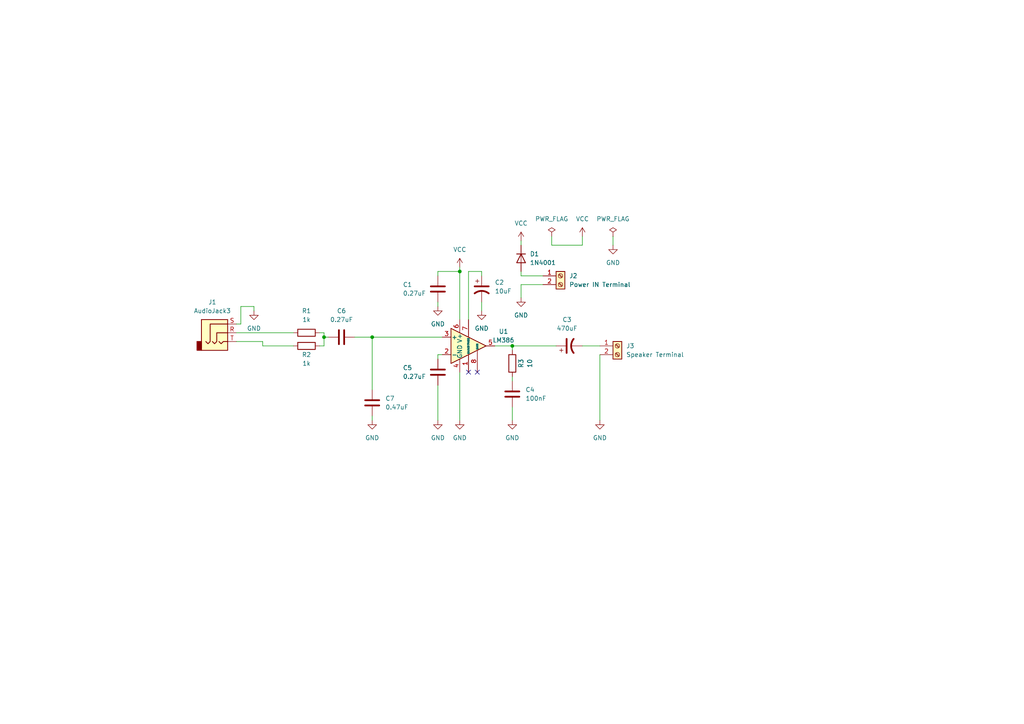
<source format=kicad_sch>
(kicad_sch (version 20230121) (generator eeschema)
  (paper "A4")
  (title_block (title "LM386_Board") (date "2023-11-27") (rev "v01") (comment 2 "creativecommons.org/licenses/by/4.0") (comment 3 "License: CC BY 4.0") (comment 4 "Author: Geethaka Sandamal"))
  (lib_symbols
    (symbol "Amplifier_Audio:LM386" (pin_names (offset 0.127))
      (property "Reference" "U" (at 1.27 7.62 0))
      (property "Value" "LM386" (at 1.27 5.08 0))
      (symbol "LM386_0_1"
        (polyline (pts (xy 5.08 0) (xy -5.08 5.08) (xy -5.08 -5.08) (xy 5.08 0)) (stroke (width 0.254)) (fill (type background)))
      )
      (symbol "LM386_1_1"
        (pin input line (at 0 -7.62 90) (length 5.08) (name "GAIN") (number "1"))
        (pin input line (at -7.62 -2.54 0) (length 2.54) (name "-") (number "2"))
        (pin input line (at -7.62 2.54 0) (length 2.54) (name "+") (number "3"))
        (pin power_in line (at -2.54 -7.62 90) (length 3.81) (name "GND") (number "4"))
        (pin output line (at 7.62 0 180) (length 2.54) (name "~") (number "5"))
        (pin power_in line (at -2.54 7.62 270) (length 3.81) (name "V+") (number "6"))
        (pin input line (at 0 7.62 270) (length 5.08) (name "BYPASS") (number "7"))
        (pin input line (at 2.54 -7.62 90) (length 6.35) (name "GAIN") (number "8"))
      )
    )
    (symbol "Connector:Screw_Terminal_01x02" (pin_names (offset 1.016) hide)
      (property "Reference" "J" (at 0 2.54 0))
      (property "Value" "Screw_Terminal_01x02" (at 0 -5.08 0))
      (symbol "Screw_Terminal_01x02_1_1"
        (rectangle (start -1.27 1.27) (end 1.27 -3.81) (stroke (width 0.254)) (fill (type background)))
        (circle (center 0 -2.54) (radius 0.635) (stroke (width 0.1524)))
        (polyline (pts (xy -0.5334 -2.2098) (xy 0.3302 -3.048)) (stroke (width 0.1524)))
        (polyline (pts (xy -0.5334 0.3302) (xy 0.3302 -0.508)) (stroke (width 0.1524)))
        (polyline (pts (xy -0.3556 -2.032) (xy 0.508 -2.8702)) (stroke (width 0.1524)))
        (polyline (pts (xy -0.3556 0.508) (xy 0.508 -0.3302)) (stroke (width 0.1524)))
        (circle (center 0 0) (radius 0.635) (stroke (width 0.1524)))
        (pin passive line (at -5.08 0 0) (length 3.81) (name "Pin_1") (number "1"))
        (pin passive line (at -5.08 -2.54 0) (length 3.81) (name "Pin_2") (number "2"))
      )
    )
    (symbol "Connector_Audio:AudioJack3"
      (property "Reference" "J" (at 0 8.89 0))
      (property "Value" "AudioJack3" (at 0 6.35 0))
      (symbol "AudioJack3_0_1"
        (rectangle (start -5.08 -5.08) (end -6.35 -2.54) (stroke (width 0.254)) (fill (type outline)))
        (polyline (pts (xy 0 -2.54) (xy 0.635 -3.175) (xy 1.27 -2.54) (xy 2.54 -2.54)) (stroke (width 0.254)))
        (polyline (pts (xy -1.905 -2.54) (xy -1.27 -3.175) (xy -0.635 -2.54) (xy -0.635 0) (xy 2.54 0)) (stroke (width 0.254)))
        (polyline (pts (xy 2.54 2.54) (xy -2.54 2.54) (xy -2.54 -2.54) (xy -3.175 -3.175) (xy -3.81 -2.54)) (stroke (width 0.254)))
        (rectangle (start 2.54 3.81) (end -5.08 -5.08) (stroke (width 0.254)) (fill (type background)))
      )
      (symbol "AudioJack3_1_1"
        (pin passive line (at 5.08 0 180) (length 2.54) (name "~") (number "R"))
        (pin passive line (at 5.08 2.54 180) (length 2.54) (name "~") (number "S"))
        (pin passive line (at 5.08 -2.54 180) (length 2.54) (name "~") (number "T"))
      )
    )
    (symbol "Device:C" (pin_numbers hide) (pin_names (offset 0.254))
      (property "Reference" "C" (at 0.635 2.54 0))
      (property "Value" "C" (at 0.635 -2.54 0))
      (symbol "C_0_1"
        (polyline (pts (xy -2.032 -0.762) (xy 2.032 -0.762)) (stroke (width 0.508)))
        (polyline (pts (xy -2.032 0.762) (xy 2.032 0.762)) (stroke (width 0.508)))
      )
      (symbol "C_1_1"
        (pin passive line (at 0 3.81 270) (length 2.794) (name "~") (number "1"))
        (pin passive line (at 0 -3.81 90) (length 2.794) (name "~") (number "2"))
      )
    )
    (symbol "Device:C_Polarized_US" (pin_numbers hide) (pin_names (offset 0.254) hide)
      (property "Reference" "C" (at 0.635 2.54 0))
      (property "Value" "C_Polarized_US" (at 0.635 -2.54 0))
      (symbol "C_Polarized_US_0_1"
        (polyline (pts (xy -2.032 0.762) (xy 2.032 0.762)) (stroke (width 0.508)))
        (polyline (pts (xy -1.778 2.286) (xy -0.762 2.286)))
        (polyline (pts (xy -1.27 1.778) (xy -1.27 2.794)))
        (arc (start 2.032 -1.27) (mid 0 -0.5572) (end -2.032 -1.27) (stroke (width 0.508)))
      )
      (symbol "C_Polarized_US_1_1"
        (pin passive line (at 0 3.81 270) (length 2.794) (name "~") (number "1"))
        (pin passive line (at 0 -3.81 90) (length 3.302) (name "~") (number "2"))
      )
    )
    (symbol "Device:R" (pin_numbers hide) (pin_names (offset 0))
      (property "Reference" "R" (at 2.032 0 90))
      (property "Value" "R" (at 0 0 90))
      (symbol "R_0_1"
        (rectangle (start -1.016 -2.54) (end 1.016 2.54) (stroke (width 0.254)))
      )
      (symbol "R_1_1"
        (pin passive line (at 0 3.81 270) (length 1.27) (name "~") (number "1"))
        (pin passive line (at 0 -3.81 90) (length 1.27) (name "~") (number "2"))
      )
    )
    (symbol "Diode:1N4001" (pin_numbers hide) (pin_names hide)
      (property "Reference" "D" (at 0 2.54 0))
      (property "Value" "1N4001" (at 0 -2.54 0))
      (symbol "1N4001_0_1"
        (polyline (pts (xy -1.27 1.27) (xy -1.27 -1.27)) (stroke (width 0.254)))
        (polyline (pts (xy 1.27 0) (xy -1.27 0)))
        (polyline (pts (xy 1.27 1.27) (xy 1.27 -1.27) (xy -1.27 0) (xy 1.27 1.27)) (stroke (width 0.254)))
      )
      (symbol "1N4001_1_1"
        (pin passive line (at -3.81 0 0) (length 2.54) (name "K") (number "1"))
        (pin passive line (at 3.81 0 180) (length 2.54) (name "A") (number "2"))
      )
    )
    (symbol "power:GND" (power) (pin_names (offset 0))
      (property "Value" "GND" (at 0 -3.81 0))
      (symbol "GND_0_1"
        (polyline (pts (xy 0 0) (xy 0 -1.27) (xy 1.27 -1.27) (xy 0 -2.54) (xy -1.27 -1.27) (xy 0 -1.27)))
      )
      (symbol "GND_1_1"
        (pin power_in line (at 0 0 270) (length 0) hide (name "GND") (number "1"))
      )
    )
    (symbol "power:PWR_FLAG" (power) (pin_numbers hide) (pin_names (offset 0) hide)
      (property "Value" "PWR_FLAG" (at 0 3.81 0))
      (symbol "PWR_FLAG_0_0"
        (pin power_out line (at 0 0 90) (length 0) (name "pwr") (number "1"))
      )
      (symbol "PWR_FLAG_0_1"
        (polyline (pts (xy 0 0) (xy 0 1.27) (xy -1.016 1.905) (xy 0 2.54) (xy 1.016 1.905) (xy 0 1.27)))
      )
    )
    (symbol "power:VCC" (power) (pin_names (offset 0))
      (property "Value" "VCC" (at 0 3.81 0))
      (symbol "VCC_0_1"
        (polyline (pts (xy -0.762 1.27) (xy 0 2.54)))
        (polyline (pts (xy 0 0) (xy 0 2.54)))
        (polyline (pts (xy 0 2.54) (xy 0.762 1.27)))
      )
      (symbol "VCC_1_1"
        (pin power_in line (at 0 0 90) (length 0) hide (name "VCC") (number "1"))
      )
    )
  )
  (junction (at 93.98 97.79))
  (junction (at 107.95 97.79))
  (junction (at 148.59 100.33))
  (junction (at 133.35 78.74))
  (no_connect (at 135.89 107.95))
  (no_connect (at 138.43 107.95))
  (wire (pts (xy 139.7 78.74) (xy 135.89 78.74)))
  (wire (pts (xy 127 78.74) (xy 133.35 78.74)))
  (wire (pts (xy 139.7 87.63) (xy 139.7 90.17)))
  (wire (pts (xy 177.8 68.58) (xy 177.8 71.12)))
  (wire (pts (xy 148.59 109.22) (xy 148.59 110.49)))
  (wire (pts (xy 151.13 69.85) (xy 151.13 71.12)))
  (wire (pts (xy 92.71 96.52) (xy 93.98 96.52)))
  (wire (pts (xy 127 87.63) (xy 127 88.9)))
  (wire (pts (xy 76.2 100.33) (xy 85.09 100.33)))
  (wire (pts (xy 151.13 78.74) (xy 151.13 80.01)))
  (wire (pts (xy 135.89 78.74) (xy 135.89 92.71)))
  (wire (pts (xy 107.95 97.79) (xy 128.27 97.79)))
  (wire (pts (xy 69.85 88.9) (xy 73.66 88.9)))
  (wire (pts (xy 151.13 80.01) (xy 157.48 80.01)))
  (wire (pts (xy 139.7 80.01) (xy 139.7 78.74)))
  (wire (pts (xy 133.35 77.47) (xy 133.35 78.74)))
  (wire (pts (xy 107.95 97.79) (xy 107.95 113.03)))
  (wire (pts (xy 93.98 97.79) (xy 95.25 97.79)))
  (wire (pts (xy 173.99 102.87) (xy 173.99 121.92)))
  (wire (pts (xy 93.98 100.33) (xy 92.71 100.33)))
  (wire (pts (xy 128.27 102.87) (xy 127 102.87)))
  (wire (pts (xy 151.13 82.55) (xy 151.13 86.36)))
  (wire (pts (xy 148.59 118.11) (xy 148.59 121.92)))
  (wire (pts (xy 93.98 97.79) (xy 93.98 100.33)))
  (wire (pts (xy 168.91 71.12) (xy 168.91 68.58)))
  (wire (pts (xy 73.66 88.9) (xy 73.66 90.17)))
  (wire (pts (xy 107.95 120.65) (xy 107.95 121.92)))
  (wire (pts (xy 168.91 100.33) (xy 173.99 100.33)))
  (wire (pts (xy 127 111.76) (xy 127 121.92)))
  (wire (pts (xy 160.02 71.12) (xy 168.91 71.12)))
  (wire (pts (xy 68.58 99.06) (xy 76.2 99.06)))
  (wire (pts (xy 151.13 82.55) (xy 157.48 82.55)))
  (wire (pts (xy 69.85 93.98) (xy 69.85 88.9)))
  (wire (pts (xy 127 102.87) (xy 127 104.14)))
  (wire (pts (xy 133.35 78.74) (xy 133.35 92.71)))
  (wire (pts (xy 127 78.74) (xy 127 80.01)))
  (wire (pts (xy 68.58 96.52) (xy 85.09 96.52)))
  (wire (pts (xy 148.59 100.33) (xy 148.59 101.6)))
  (wire (pts (xy 76.2 99.06) (xy 76.2 100.33)))
  (wire (pts (xy 133.35 107.95) (xy 133.35 121.92)))
  (wire (pts (xy 148.59 100.33) (xy 161.29 100.33)))
  (wire (pts (xy 93.98 96.52) (xy 93.98 97.79)))
  (wire (pts (xy 160.02 68.58) (xy 160.02 71.12)))
  (wire (pts (xy 143.51 100.33) (xy 148.59 100.33)))
  (wire (pts (xy 68.58 93.98) (xy 69.85 93.98)))
  (wire (pts (xy 102.87 97.79) (xy 107.95 97.79)))
  (symbol (lib_id "Amplifier_Audio:LM386") (at 135.89 100.33 0) (unit 1)
    (property "Reference" "U1" (at 146.05 96.1391 0))
    (property "Value" "LM386" (at 146.05 98.6791 0))
    (property "Footprint" "Package_DIP:DIP-8_W7.62mm" (effects hide))
    (property "Datasheet" "http://www.ti.com/lit/ds/symlink/lm386.pdf" (effects hide))
  )
  (symbol (lib_id "power:GND") (at 177.8 71.12 0) (unit 1)
    (property "Reference" "#PWR012" (effects hide))
    (property "Value" "GND" (at 177.8 76.2 0))
  )
  (symbol (lib_id "power:GND") (at 148.59 121.92 0) (unit 1)
    (property "Reference" "#PWR06" (effects hide))
    (property "Value" "GND" (at 148.59 127 0))
  )
  (symbol (lib_id "Device:C_Polarized_US") (at 165.1 100.33 90) (unit 1)
    (property "Reference" "C3" (at 164.465 92.71 90))
    (property "Value" "470uF" (at 164.465 95.25 90))
    (property "Footprint" "Capacitor_THT:CP_Radial_D10.0mm_P5.00mm" (effects hide))
  )
  (symbol (lib_id "power:GND") (at 151.13 86.36 0) (unit 1)
    (property "Reference" "#PWR010" (effects hide))
    (property "Value" "GND" (at 151.13 91.44 0))
  )
  (symbol (lib_id "power:GND") (at 127 88.9 0) (unit 1)
    (property "Reference" "#PWR05" (effects hide))
    (property "Value" "GND" (at 127 93.98 0))
  )
  (symbol (lib_id "Device:C") (at 127 83.82 180) (unit 1)
    (property "Reference" "C1" (at 116.84 82.55 0) (effects (justify right)))
    (property "Value" "0.27uF" (at 116.84 85.09 0) (effects (justify right)))
    (property "Footprint" "Capacitor_THT:C_Rect_L18.0mm_W6.0mm_P15.00mm_FKS3_FKP3" (effects hide))
  )
  (symbol (lib_id "Device:C") (at 148.59 114.3 0) (unit 1)
    (property "Reference" "C4" (at 152.4 113.03 0) (effects (justify left)))
    (property "Value" "100nF" (at 152.4 115.57 0) (effects (justify left)))
    (property "Footprint" "Capacitor_THT:C_Rect_L7.2mm_W2.5mm_P5.00mm_FKS2_FKP2_MKS2_MKP2" (effects hide))
  )
  (symbol (lib_id "power:GND") (at 173.99 121.92 0) (unit 1)
    (property "Reference" "#PWR07" (effects hide))
    (property "Value" "GND" (at 173.99 127 0))
  )
  (symbol (lib_id "power:VCC") (at 168.91 68.58 0) (unit 1)
    (property "Reference" "#PWR011" (effects hide))
    (property "Value" "VCC" (at 168.91 63.5 0))
  )
  (symbol (lib_id "Connector:Screw_Terminal_01x02") (at 162.56 80.01 0) (unit 1)
    (property "Reference" "J2" (at 165.1 80.01 0) (effects (justify left)))
    (property "Value" "Power IN Terminal" (at 165.1 82.55 0) (effects (justify left)))
    (property "Footprint" "TerminalBlock_MetzConnect:TerminalBlock_MetzConnect_Type086_RT03402HBLC_1x02_P3.81mm_Horizontal" (effects hide))
  )
  (symbol (lib_id "Device:R") (at 148.59 105.41 180) (unit 1)
    (property "Reference" "R3" (at 151.13 105.41 90))
    (property "Value" "10" (at 153.67 105.41 90))
    (property "Footprint" "Resistor_THT:R_Axial_DIN0207_L6.3mm_D2.5mm_P7.62mm_Horizontal" (effects hide))
  )
  (symbol (lib_id "power:GND") (at 127 121.92 0) (unit 1)
    (property "Reference" "#PWR02" (effects hide))
    (property "Value" "GND" (at 127 127 0))
  )
  (symbol (lib_id "Diode:1N4001") (at 151.13 74.93 270) (unit 1)
    (property "Reference" "D1" (at 153.67 73.66 90) (effects (justify left)))
    (property "Value" "1N4001" (at 153.67 76.2 90) (effects (justify left)))
    (property "Footprint" "Diode_THT:D_DO-41_SOD81_P10.16mm_Horizontal" (effects hide))
    (property "Datasheet" "http://www.vishay.com/docs/88503/1n4001.pdf" (effects hide))
    (property "Sim.Device" "D" (effects hide))
    (property "Sim.Pins" "1=K 2=A" (effects hide))
  )
  (symbol (lib_id "Device:R") (at 88.9 96.52 90) (unit 1)
    (property "Reference" "R1" (at 88.9 90.17 90))
    (property "Value" "1k" (at 88.9 92.71 90))
    (property "Footprint" "Resistor_THT:R_Axial_DIN0207_L6.3mm_D2.5mm_P7.62mm_Horizontal" (effects hide))
  )
  (symbol (lib_id "Connector:Screw_Terminal_01x02") (at 179.07 100.33 0) (unit 1)
    (property "Reference" "J3" (at 181.61 100.33 0) (effects (justify left)))
    (property "Value" "Speaker Terminal" (at 181.61 102.87 0) (effects (justify left)))
    (property "Footprint" "TerminalBlock_MetzConnect:TerminalBlock_MetzConnect_Type086_RT03402HBLC_1x02_P3.81mm_Horizontal" (effects hide))
  )
  (symbol (lib_id "Device:R") (at 88.9 100.33 90) (unit 1)
    (property "Reference" "R2" (at 88.9 102.87 90))
    (property "Value" "1k" (at 88.9 105.41 90))
    (property "Footprint" "Resistor_THT:R_Axial_DIN0207_L6.3mm_D2.5mm_P7.62mm_Horizontal" (effects hide))
  )
  (symbol (lib_id "power:GND") (at 107.95 121.92 0) (unit 1)
    (property "Reference" "#PWR013" (effects hide))
    (property "Value" "GND" (at 107.95 127 0))
  )
  (symbol (lib_id "power:GND") (at 139.7 90.17 0) (unit 1)
    (property "Reference" "#PWR04" (effects hide))
    (property "Value" "GND" (at 139.7 95.25 0))
  )
  (symbol (lib_id "power:GND") (at 133.35 121.92 0) (unit 1)
    (property "Reference" "#PWR03" (effects hide))
    (property "Value" "GND" (at 133.35 127 0))
  )
  (symbol (lib_id "Connector_Audio:AudioJack3") (at 63.5 96.52 0) (unit 1)
    (property "Reference" "J1" (at 61.595 87.63 0))
    (property "Value" "AudioJack3" (at 61.595 90.17 0))
    (property "Footprint" "Connector_Audio:Jack_3.5mm_CUI_SJ-3523-SMT_Horizontal" (effects hide))
  )
  (symbol (lib_id "power:GND") (at 73.66 90.17 0) (unit 1)
    (property "Reference" "#PWR01" (effects hide))
    (property "Value" "GND" (at 73.66 95.25 0))
  )
  (symbol (lib_id "power:PWR_FLAG") (at 160.02 68.58 0) (unit 1)
    (property "Reference" "#FLG01" (effects hide))
    (property "Value" "PWR_FLAG" (at 160.02 63.5 0))
  )
  (symbol (lib_id "power:VCC") (at 133.35 77.47 0) (unit 1)
    (property "Reference" "#PWR08" (effects hide))
    (property "Value" "VCC" (at 133.35 72.39 0))
  )
  (symbol (lib_id "Device:C_Polarized_US") (at 139.7 83.82 0) (unit 1)
    (property "Reference" "C2" (at 143.51 81.915 0) (effects (justify left)))
    (property "Value" "10uF" (at 143.51 84.455 0) (effects (justify left)))
    (property "Footprint" "Capacitor_THT:CP_Radial_D4.0mm_P1.50mm" (effects hide))
  )
  (symbol (lib_id "Device:C") (at 99.06 97.79 90) (unit 1)
    (property "Reference" "C6" (at 99.06 90.17 90))
    (property "Value" "0.27uF" (at 99.06 92.71 90))
    (property "Footprint" "Capacitor_THT:C_Rect_L18.0mm_W6.0mm_P15.00mm_FKS3_FKP3" (effects hide))
  )
  (symbol (lib_id "power:VCC") (at 151.13 69.85 0) (unit 1)
    (property "Reference" "#PWR09" (effects hide))
    (property "Value" "VCC" (at 151.13 64.77 0))
  )
  (symbol (lib_id "Device:C") (at 107.95 116.84 180) (unit 1)
    (property "Reference" "C7" (at 111.76 115.57 0) (effects (justify right)))
    (property "Value" "0.47uF" (at 111.76 118.11 0) (effects (justify right)))
    (property "Footprint" "Capacitor_THT:C_Rect_L7.2mm_W4.5mm_P5.00mm_FKS2_FKP2_MKS2_MKP2" (effects hide))
  )
  (symbol (lib_id "Device:C") (at 127 107.95 0) (unit 1)
    (property "Reference" "C5" (at 116.84 106.68 0) (effects (justify left)))
    (property "Value" "0.27uF" (at 116.84 109.22 0) (effects (justify left)))
    (property "Footprint" "Capacitor_THT:C_Rect_L18.0mm_W6.0mm_P15.00mm_FKS3_FKP3" (effects hide))
  )
  (symbol (lib_id "power:PWR_FLAG") (at 177.8 68.58 0) (unit 1)
    (property "Reference" "#FLG02" (effects hide))
    (property "Value" "PWR_FLAG" (at 177.8 63.5 0))
  )
)
</source>
